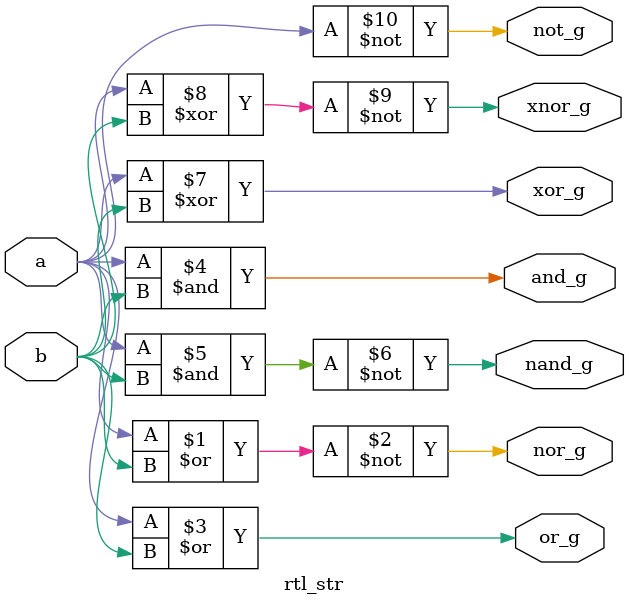
<source format=v>
module rtl_str(a,b,not_g,nor_g,or_g,and_g,nand_g,xor_g,xnor_g);
    input a,b;
    output not_g,nor_g,or_g,and_g,nand_g,xor_g,xnor_g;
    not (not_g,a);
    nor (nor_g,a,b);
    or (or_g,a,b);
    and(and_g,a,b);
    nand (nand_g,a,b);
    xor (xor_g,a,b);
    xnor (xnor_g,a,b);
endmodule
</source>
